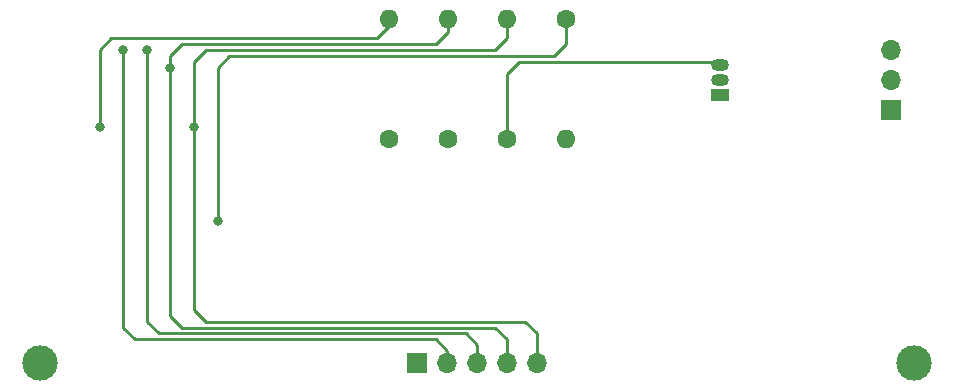
<source format=gbr>
%TF.GenerationSoftware,KiCad,Pcbnew,(5.1.9)-1*%
%TF.CreationDate,2021-05-15T15:20:44+02:00*%
%TF.ProjectId,esp8266temp,65737038-3236-4367-9465-6d702e6b6963,rev?*%
%TF.SameCoordinates,Original*%
%TF.FileFunction,Copper,L2,Bot*%
%TF.FilePolarity,Positive*%
%FSLAX46Y46*%
G04 Gerber Fmt 4.6, Leading zero omitted, Abs format (unit mm)*
G04 Created by KiCad (PCBNEW (5.1.9)-1) date 2021-05-15 15:20:44*
%MOMM*%
%LPD*%
G01*
G04 APERTURE LIST*
%TA.AperFunction,ComponentPad*%
%ADD10O,1.600000X1.600000*%
%TD*%
%TA.AperFunction,ComponentPad*%
%ADD11C,1.600000*%
%TD*%
%TA.AperFunction,ComponentPad*%
%ADD12R,1.500000X1.050000*%
%TD*%
%TA.AperFunction,ComponentPad*%
%ADD13O,1.500000X1.050000*%
%TD*%
%TA.AperFunction,ComponentPad*%
%ADD14O,1.700000X1.700000*%
%TD*%
%TA.AperFunction,ComponentPad*%
%ADD15R,1.700000X1.700000*%
%TD*%
%TA.AperFunction,ComponentPad*%
%ADD16C,3.000000*%
%TD*%
%TA.AperFunction,ViaPad*%
%ADD17C,0.800000*%
%TD*%
%TA.AperFunction,Conductor*%
%ADD18C,0.250000*%
%TD*%
G04 APERTURE END LIST*
D10*
%TO.P,R3,2*%
%TO.N,/Boot*%
X83500000Y-43840000D03*
D11*
%TO.P,R3,1*%
%TO.N,+3V3*%
X83500000Y-54000000D03*
%TD*%
D12*
%TO.P,U1,1*%
%TO.N,GND*%
X101500000Y-50270000D03*
D13*
%TO.P,U1,3*%
%TO.N,+3V3*%
X101500000Y-47730000D03*
%TO.P,U1,2*%
%TO.N,/OneWire*%
X101500000Y-49000000D03*
%TD*%
D10*
%TO.P,R4,2*%
%TO.N,GND*%
X88500000Y-54000000D03*
D11*
%TO.P,R4,1*%
%TO.N,Net-(R4-Pad1)*%
X88500000Y-43840000D03*
%TD*%
D10*
%TO.P,R2,2*%
%TO.N,/Reset*%
X78500000Y-43840000D03*
D11*
%TO.P,R2,1*%
%TO.N,+3V3*%
X78500000Y-54000000D03*
%TD*%
D10*
%TO.P,R1,2*%
%TO.N,/OneWire*%
X73500000Y-43840000D03*
D11*
%TO.P,R1,1*%
%TO.N,+3V3*%
X73500000Y-54000000D03*
%TD*%
D14*
%TO.P,J2,3*%
%TO.N,+3V3*%
X116000000Y-46460000D03*
%TO.P,J2,2*%
%TO.N,/OneWire*%
X116000000Y-49000000D03*
D15*
%TO.P,J2,1*%
%TO.N,GND*%
X116000000Y-51540000D03*
%TD*%
D14*
%TO.P,J1,5*%
%TO.N,/Boot*%
X86080000Y-73000000D03*
%TO.P,J1,4*%
%TO.N,/Reset*%
X83540000Y-73000000D03*
%TO.P,J1,3*%
%TO.N,/TX*%
X81000000Y-73000000D03*
%TO.P,J1,2*%
%TO.N,/RX*%
X78460000Y-73000000D03*
D15*
%TO.P,J1,1*%
%TO.N,GND*%
X75920000Y-73000000D03*
%TD*%
D16*
%TO.P,BT1,2*%
%TO.N,GND*%
X118000000Y-73000000D03*
%TO.P,BT1,1*%
%TO.N,+3V3*%
X44000000Y-73000000D03*
%TD*%
D17*
%TO.N,/Reset*%
X55000000Y-48000000D03*
%TO.N,/Boot*%
X57000000Y-53000000D03*
%TO.N,/TX*%
X53000000Y-46500000D03*
%TO.N,/RX*%
X51000000Y-46500000D03*
%TO.N,/OneWire*%
X49000000Y-53000000D03*
%TO.N,Net-(R4-Pad1)*%
X59000000Y-61000000D03*
%TD*%
D18*
%TO.N,/Reset*%
X78500000Y-45000000D02*
X77500000Y-46000000D01*
X78500000Y-43840000D02*
X78500000Y-45000000D01*
X55000000Y-69000000D02*
X55000000Y-48000000D01*
X56000000Y-70000000D02*
X55000000Y-69000000D01*
X82500000Y-70000000D02*
X56000000Y-70000000D01*
X83500000Y-72960000D02*
X83500000Y-71000000D01*
X83500000Y-71000000D02*
X82500000Y-70000000D01*
X83540000Y-73000000D02*
X83500000Y-72960000D01*
X55000000Y-47000000D02*
X55000000Y-48000000D01*
X56000000Y-46000000D02*
X55000000Y-47000000D01*
X77500000Y-46000000D02*
X56000000Y-46000000D01*
%TO.N,/Boot*%
X83660000Y-44000000D02*
X83500000Y-43840000D01*
X82500000Y-46500000D02*
X83500000Y-45500000D01*
X83500000Y-45500000D02*
X83500000Y-43840000D01*
X57000000Y-68500000D02*
X57000000Y-53000000D01*
X58000000Y-69500000D02*
X57000000Y-68500000D01*
X85000000Y-69500000D02*
X58000000Y-69500000D01*
X86000000Y-70500000D02*
X85000000Y-69500000D01*
X86000000Y-72920000D02*
X86000000Y-70500000D01*
X86080000Y-73000000D02*
X86000000Y-72920000D01*
X58000000Y-46500000D02*
X82500000Y-46500000D01*
X57000000Y-47500000D02*
X58000000Y-46500000D01*
X57000000Y-53000000D02*
X57000000Y-47500000D01*
%TO.N,/TX*%
X53000000Y-69500000D02*
X53000000Y-46500000D01*
X54000000Y-70500000D02*
X53000000Y-69500000D01*
X80000000Y-70500000D02*
X54000000Y-70500000D01*
X81000000Y-71500000D02*
X80000000Y-70500000D01*
X81000000Y-73000000D02*
X81000000Y-71500000D01*
%TO.N,/RX*%
X51000000Y-70000000D02*
X51000000Y-46500000D01*
X52000000Y-71000000D02*
X51000000Y-70000000D01*
X77500000Y-71000000D02*
X52000000Y-71000000D01*
X78460000Y-71960000D02*
X77500000Y-71000000D01*
X78460000Y-71960000D02*
X78460000Y-73000000D01*
%TO.N,/OneWire*%
X73500000Y-44500000D02*
X73500000Y-43840000D01*
X72500000Y-45500000D02*
X73500000Y-44500000D01*
X50000000Y-45500000D02*
X72500000Y-45500000D01*
X49000000Y-46500000D02*
X50000000Y-45500000D01*
X49000000Y-53000000D02*
X49000000Y-46500000D01*
%TO.N,Net-(R4-Pad1)*%
X59000000Y-48000000D02*
X59000000Y-61000000D01*
X60000000Y-47000000D02*
X59000000Y-48000000D01*
X87500000Y-47000000D02*
X60000000Y-47000000D01*
X88500000Y-46000000D02*
X87500000Y-47000000D01*
X88500000Y-43840000D02*
X88500000Y-46000000D01*
%TO.N,+3V3*%
X115960000Y-46500000D02*
X116000000Y-46460000D01*
X83500000Y-48500000D02*
X84500000Y-47500000D01*
X83500000Y-54000000D02*
X83500000Y-48500000D01*
X101270000Y-47500000D02*
X101500000Y-47730000D01*
X84500000Y-47500000D02*
X101270000Y-47500000D01*
%TD*%
M02*

</source>
